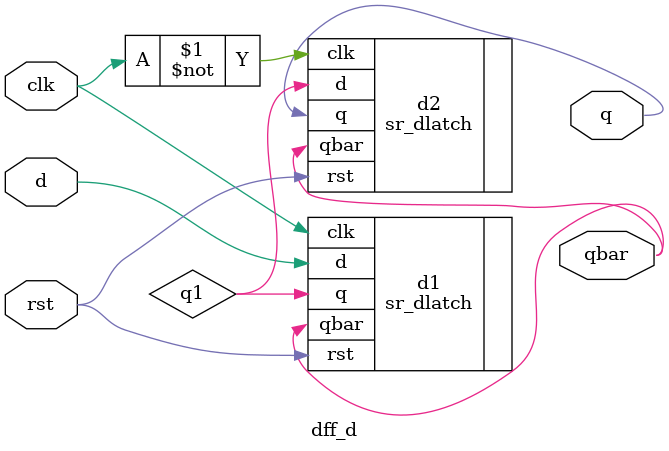
<source format=v>
module dff_d(
input d,clk,rst,
output q,qbar);
wire q1;
sr_dlatch d1(.d(d), .clk(clk), .rst(rst), .q(q1), .qbar(qbar)),
          d2(.d(q1), .clk(~clk), .rst(rst), .q(q), .qbar(qbar));
endmodule

</source>
